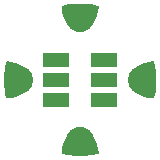
<source format=gbr>
G04 EAGLE Gerber RS-274X export*
G75*
%MOMM*%
%FSLAX34Y34*%
%LPD*%
%INSoldermask Top*%
%IPPOS*%
%AMOC8*
5,1,8,0,0,1.08239X$1,22.5*%
G01*
%ADD10R,2.203200X1.303200*%
%ADD11C,2.387600*%

G36*
X3062Y-64594D02*
X3062Y-64594D01*
X3099Y-64596D01*
X9133Y-63962D01*
X9160Y-63954D01*
X9198Y-63952D01*
X15132Y-62690D01*
X15154Y-62681D01*
X15178Y-62679D01*
X15257Y-62639D01*
X15340Y-62606D01*
X15357Y-62590D01*
X15378Y-62579D01*
X15411Y-62545D01*
X15413Y-62543D01*
X15422Y-62533D01*
X15439Y-62514D01*
X15505Y-62454D01*
X15516Y-62433D01*
X15532Y-62415D01*
X15548Y-62377D01*
X15555Y-62369D01*
X15568Y-62331D01*
X15607Y-62254D01*
X15610Y-62231D01*
X15619Y-62209D01*
X15622Y-62171D01*
X15627Y-62156D01*
X15626Y-62117D01*
X15630Y-62061D01*
X15633Y-62031D01*
X15632Y-62027D01*
X15632Y-62022D01*
X15345Y-58263D01*
X15334Y-58223D01*
X15329Y-58165D01*
X14457Y-54498D01*
X14440Y-54460D01*
X14426Y-54403D01*
X12991Y-50918D01*
X12969Y-50883D01*
X12946Y-50829D01*
X10983Y-47611D01*
X10956Y-47580D01*
X10925Y-47530D01*
X8483Y-44659D01*
X8445Y-44628D01*
X8389Y-44569D01*
X6603Y-43183D01*
X6578Y-43170D01*
X6574Y-43165D01*
X6563Y-43160D01*
X6535Y-43137D01*
X4583Y-41996D01*
X4550Y-41984D01*
X4509Y-41959D01*
X2426Y-41082D01*
X2391Y-41075D01*
X2347Y-41055D01*
X168Y-40458D01*
X92Y-40452D01*
X19Y-40436D01*
X-24Y-40441D01*
X-56Y-40438D01*
X-100Y-40450D01*
X-168Y-40458D01*
X-2347Y-41055D01*
X-2379Y-41071D01*
X-2426Y-41082D01*
X-4509Y-41959D01*
X-4539Y-41978D01*
X-4583Y-41996D01*
X-6535Y-43137D01*
X-6561Y-43160D01*
X-6603Y-43183D01*
X-8389Y-44569D01*
X-8422Y-44606D01*
X-8483Y-44659D01*
X-10925Y-47530D01*
X-10946Y-47566D01*
X-10983Y-47611D01*
X-12946Y-50829D01*
X-12961Y-50867D01*
X-12991Y-50918D01*
X-14426Y-54403D01*
X-14435Y-54444D01*
X-14457Y-54498D01*
X-15329Y-58165D01*
X-15331Y-58206D01*
X-15345Y-58263D01*
X-15632Y-62022D01*
X-15630Y-62045D01*
X-15634Y-62069D01*
X-15622Y-62140D01*
X-15620Y-62193D01*
X-15613Y-62210D01*
X-15610Y-62245D01*
X-15599Y-62266D01*
X-15595Y-62290D01*
X-15550Y-62366D01*
X-15550Y-62367D01*
X-15536Y-62401D01*
X-15529Y-62408D01*
X-15511Y-62446D01*
X-15493Y-62463D01*
X-15481Y-62483D01*
X-15413Y-62539D01*
X-15391Y-62560D01*
X-15384Y-62567D01*
X-15382Y-62568D01*
X-15348Y-62600D01*
X-15326Y-62610D01*
X-15307Y-62625D01*
X-15170Y-62676D01*
X-15141Y-62688D01*
X-15137Y-62689D01*
X-15132Y-62690D01*
X-9198Y-63952D01*
X-9169Y-63953D01*
X-9133Y-63962D01*
X-3099Y-64596D01*
X-3071Y-64594D01*
X-3033Y-64600D01*
X3033Y-64600D01*
X3062Y-64594D01*
G37*
G36*
X24Y40441D02*
X24Y40441D01*
X56Y40438D01*
X100Y40450D01*
X168Y40458D01*
X2347Y41055D01*
X2379Y41071D01*
X2426Y41082D01*
X4509Y41959D01*
X4539Y41978D01*
X4583Y41996D01*
X6535Y43137D01*
X6561Y43160D01*
X6603Y43183D01*
X8389Y44569D01*
X8422Y44606D01*
X8483Y44659D01*
X10925Y47530D01*
X10946Y47566D01*
X10983Y47611D01*
X12946Y50829D01*
X12961Y50867D01*
X12991Y50918D01*
X14426Y54403D01*
X14435Y54444D01*
X14457Y54498D01*
X15329Y58165D01*
X15331Y58206D01*
X15345Y58263D01*
X15632Y62022D01*
X15630Y62045D01*
X15634Y62069D01*
X15619Y62156D01*
X15610Y62245D01*
X15599Y62266D01*
X15595Y62290D01*
X15550Y62366D01*
X15511Y62446D01*
X15493Y62463D01*
X15481Y62483D01*
X15413Y62539D01*
X15348Y62600D01*
X15326Y62610D01*
X15307Y62625D01*
X15170Y62676D01*
X15141Y62688D01*
X15137Y62689D01*
X15132Y62690D01*
X9198Y63952D01*
X9169Y63953D01*
X9133Y63962D01*
X3099Y64596D01*
X3071Y64594D01*
X3033Y64600D01*
X-3033Y64600D01*
X-3062Y64594D01*
X-3099Y64596D01*
X-9133Y63962D01*
X-9160Y63954D01*
X-9198Y63952D01*
X-15132Y62690D01*
X-15154Y62681D01*
X-15178Y62679D01*
X-15257Y62639D01*
X-15340Y62606D01*
X-15357Y62590D01*
X-15378Y62579D01*
X-15439Y62514D01*
X-15505Y62454D01*
X-15516Y62433D01*
X-15532Y62415D01*
X-15566Y62333D01*
X-15607Y62254D01*
X-15610Y62231D01*
X-15619Y62209D01*
X-15630Y62061D01*
X-15633Y62031D01*
X-15632Y62027D01*
X-15632Y62022D01*
X-15345Y58263D01*
X-15334Y58223D01*
X-15329Y58165D01*
X-14457Y54498D01*
X-14440Y54460D01*
X-14426Y54403D01*
X-12991Y50918D01*
X-12969Y50883D01*
X-12946Y50829D01*
X-10983Y47611D01*
X-10956Y47580D01*
X-10925Y47530D01*
X-8483Y44659D01*
X-8445Y44628D01*
X-8389Y44569D01*
X-6603Y43183D01*
X-6572Y43167D01*
X-6535Y43137D01*
X-4583Y41996D01*
X-4550Y41984D01*
X-4509Y41959D01*
X-2426Y41082D01*
X-2391Y41075D01*
X-2347Y41055D01*
X-168Y40458D01*
X-92Y40452D01*
X-19Y40436D01*
X24Y40441D01*
G37*
G36*
X62156Y-15619D02*
X62156Y-15619D01*
X62245Y-15610D01*
X62266Y-15599D01*
X62290Y-15595D01*
X62366Y-15550D01*
X62446Y-15511D01*
X62463Y-15493D01*
X62483Y-15481D01*
X62539Y-15413D01*
X62600Y-15348D01*
X62610Y-15326D01*
X62625Y-15307D01*
X62676Y-15170D01*
X62688Y-15141D01*
X62689Y-15137D01*
X62690Y-15132D01*
X63952Y-9198D01*
X63953Y-9169D01*
X63962Y-9133D01*
X64596Y-3099D01*
X64594Y-3071D01*
X64600Y-3033D01*
X64600Y3033D01*
X64594Y3062D01*
X64596Y3099D01*
X63962Y9133D01*
X63954Y9160D01*
X63952Y9198D01*
X63944Y9232D01*
X63810Y9866D01*
X63675Y10500D01*
X63675Y10501D01*
X63540Y11135D01*
X63405Y11769D01*
X63270Y12403D01*
X63136Y13037D01*
X63136Y13038D01*
X63001Y13672D01*
X62866Y14306D01*
X62731Y14940D01*
X62690Y15132D01*
X62681Y15154D01*
X62679Y15178D01*
X62639Y15257D01*
X62606Y15340D01*
X62590Y15357D01*
X62579Y15378D01*
X62514Y15439D01*
X62454Y15505D01*
X62433Y15516D01*
X62415Y15532D01*
X62333Y15566D01*
X62254Y15607D01*
X62231Y15610D01*
X62209Y15619D01*
X62061Y15630D01*
X62031Y15633D01*
X62027Y15632D01*
X62022Y15632D01*
X58263Y15345D01*
X58223Y15334D01*
X58165Y15329D01*
X54498Y14457D01*
X54460Y14440D01*
X54403Y14426D01*
X50918Y12991D01*
X50883Y12969D01*
X50829Y12946D01*
X47611Y10983D01*
X47580Y10956D01*
X47530Y10925D01*
X44659Y8483D01*
X44628Y8445D01*
X44569Y8389D01*
X43183Y6603D01*
X43167Y6572D01*
X43137Y6535D01*
X41996Y4583D01*
X41984Y4550D01*
X41959Y4509D01*
X41082Y2426D01*
X41075Y2391D01*
X41055Y2347D01*
X40458Y168D01*
X40452Y92D01*
X40436Y19D01*
X40441Y-24D01*
X40438Y-56D01*
X40450Y-100D01*
X40458Y-168D01*
X41055Y-2347D01*
X41071Y-2379D01*
X41082Y-2426D01*
X41959Y-4509D01*
X41978Y-4539D01*
X41996Y-4583D01*
X43137Y-6535D01*
X43160Y-6561D01*
X43183Y-6603D01*
X44569Y-8389D01*
X44606Y-8422D01*
X44659Y-8483D01*
X47530Y-10925D01*
X47566Y-10946D01*
X47611Y-10983D01*
X50829Y-12946D01*
X50867Y-12961D01*
X50918Y-12991D01*
X54403Y-14426D01*
X54444Y-14435D01*
X54498Y-14457D01*
X58165Y-15329D01*
X58206Y-15331D01*
X58263Y-15345D01*
X62022Y-15632D01*
X62045Y-15630D01*
X62069Y-15634D01*
X62156Y-15619D01*
G37*
G36*
X-62027Y-15632D02*
X-62027Y-15632D01*
X-62022Y-15632D01*
X-58263Y-15345D01*
X-58223Y-15334D01*
X-58165Y-15329D01*
X-54498Y-14457D01*
X-54460Y-14440D01*
X-54403Y-14426D01*
X-50918Y-12991D01*
X-50883Y-12969D01*
X-50829Y-12946D01*
X-47611Y-10983D01*
X-47580Y-10956D01*
X-47530Y-10925D01*
X-44659Y-8483D01*
X-44628Y-8445D01*
X-44569Y-8389D01*
X-43183Y-6603D01*
X-43167Y-6572D01*
X-43137Y-6535D01*
X-41996Y-4583D01*
X-41984Y-4550D01*
X-41959Y-4509D01*
X-41082Y-2426D01*
X-41075Y-2391D01*
X-41055Y-2347D01*
X-40458Y-168D01*
X-40452Y-92D01*
X-40436Y-19D01*
X-40441Y24D01*
X-40438Y56D01*
X-40450Y100D01*
X-40458Y168D01*
X-41055Y2347D01*
X-41071Y2379D01*
X-41082Y2426D01*
X-41959Y4509D01*
X-41978Y4539D01*
X-41996Y4583D01*
X-43137Y6535D01*
X-43160Y6561D01*
X-43183Y6603D01*
X-44569Y8389D01*
X-44606Y8422D01*
X-44659Y8483D01*
X-47530Y10925D01*
X-47566Y10946D01*
X-47611Y10983D01*
X-50829Y12946D01*
X-50867Y12961D01*
X-50918Y12991D01*
X-54403Y14426D01*
X-54444Y14435D01*
X-54498Y14457D01*
X-58165Y15329D01*
X-58206Y15331D01*
X-58263Y15345D01*
X-62022Y15632D01*
X-62045Y15630D01*
X-62069Y15634D01*
X-62156Y15619D01*
X-62245Y15610D01*
X-62266Y15599D01*
X-62290Y15595D01*
X-62366Y15550D01*
X-62446Y15511D01*
X-62463Y15493D01*
X-62483Y15481D01*
X-62539Y15413D01*
X-62600Y15348D01*
X-62610Y15326D01*
X-62625Y15307D01*
X-62676Y15170D01*
X-62688Y15141D01*
X-62689Y15137D01*
X-62690Y15132D01*
X-63952Y9198D01*
X-63953Y9169D01*
X-63962Y9133D01*
X-64596Y3099D01*
X-64594Y3071D01*
X-64600Y3033D01*
X-64600Y-3033D01*
X-64594Y-3062D01*
X-64596Y-3099D01*
X-63962Y-9133D01*
X-63954Y-9160D01*
X-63952Y-9198D01*
X-63904Y-9422D01*
X-63769Y-10056D01*
X-63769Y-10057D01*
X-63634Y-10691D01*
X-63500Y-11325D01*
X-63365Y-11959D01*
X-63230Y-12593D01*
X-63230Y-12594D01*
X-63095Y-13228D01*
X-62960Y-13862D01*
X-62826Y-14496D01*
X-62825Y-14496D01*
X-62690Y-15132D01*
X-62681Y-15154D01*
X-62679Y-15178D01*
X-62639Y-15257D01*
X-62606Y-15340D01*
X-62590Y-15357D01*
X-62579Y-15378D01*
X-62514Y-15439D01*
X-62454Y-15505D01*
X-62433Y-15516D01*
X-62415Y-15532D01*
X-62333Y-15566D01*
X-62254Y-15607D01*
X-62231Y-15610D01*
X-62209Y-15619D01*
X-62061Y-15630D01*
X-62031Y-15633D01*
X-62027Y-15632D01*
G37*
D10*
X20000Y-17000D03*
X20000Y0D03*
X20000Y17000D03*
X-20000Y17000D03*
X-20000Y0D03*
X-20000Y-17000D03*
D11*
X0Y52070D03*
X-52070Y0D03*
X52070Y0D03*
X0Y-52070D03*
M02*

</source>
